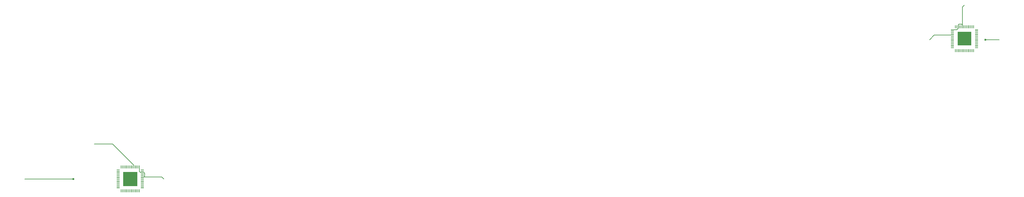
<source format=gbr>
G04 Gerber file generated by Gerbonara*
%TF.GenerationSoftware,KiCad,Pcbnew,8.0.2-1*%
%TF.CreationDate,2024-09-09T14:50:12+01:00*%
%TF.ProjectId,test_module_1,74657374-5f6d-46f6-9475-6c655f312e6b,rev?*%
%TF.SameCoordinates,Original*%
%TF.FileFunction,Copper,L1,Top*%
%TF.FilePolarity,Positive*%
%MOMM*%
%FSLAX45Y45*%
%IPPOS*%
G75
%LPD*%
%AMCALCM10*
0 Fully substituted instance of RoundRect macro*
0 Original parameters: 0.05X-0.35X-0.05X0.35X-0.05X0.35X0.05X-0.35X0.05*
4,1,4,-0.35,-0.05,0.35,-0.05,0.35,0.05,-0.35,0.05,-0.35,-0.05,0*
1,1,0.1,-0.35,-0.05,0*
1,1,0.1,0.35,-0.05,0*
1,1,0.1,0.35,0.05,0*
1,1,0.1,-0.35,0.05,0*
20,1,0.1,-0.35,-0.05,0.35,-0.05,0*
20,1,0.1,0.35,-0.05,0.35,0.05,0*
20,1,0.1,0.35,0.05,-0.35,0.05,0*
20,1,0.1,-0.35,0.05,-0.35,-0.05,0*
%
%AMCALCM11*
0 Fully substituted instance of RoundRect macro*
0 Original parameters: 0.05X-0.05X-0.35X0.05X-0.35X0.05X0.35X-0.05X0.35*
4,1,4,-0.05,-0.35,0.05,-0.35,0.05,0.35,-0.05,0.35,-0.05,-0.35,0*
1,1,0.1,-0.05,-0.35,0*
1,1,0.1,0.05,-0.35,0*
1,1,0.1,0.05,0.35,0*
1,1,0.1,-0.05,0.35,0*
20,1,0.1,-0.05,-0.35,0.05,-0.35,0*
20,1,0.1,0.05,-0.35,0.05,0.35,0*
20,1,0.1,0.05,0.35,-0.05,0.35,0*
20,1,0.1,-0.05,0.35,-0.05,-0.35,0*
%
%AMCALCM16*
0 Fully substituted instance of GNX91F5AA1BB783B403 macro*
0 Original parameters: 0.05X-0.35X-0.05X0.35X-0.05X0.35X0.05X-0.35X0.05*
4,1,4,-0.05,0.35,-0.05,-0.35,0.05,-0.35,0.05,0.35,-0.05,0.35,0*
1,1,0.1,-0.05,0.35,0*
1,1,0.1,-0.05,-0.35,0*
1,1,0.1,0.05,-0.35,0*
1,1,0.1,0.05,0.35,0*
20,1,0.1,-0.05,0.35,-0.05,-0.35,0*
20,1,0.1,-0.05,-0.35,0.05,-0.35,0*
20,1,0.1,0.05,-0.35,0.05,0.35,0*
20,1,0.1,0.05,0.35,-0.05,0.35,0*
%
%AMCALCM17*
0 Fully substituted instance of GNX91F5AA1BB783B403 macro*
0 Original parameters: 0.05X-0.05X-0.35X0.05X-0.35X0.05X0.35X-0.05X0.35*
4,1,4,-0.35,0.05,-0.35,-0.05,0.35,-0.05,0.35,0.05,-0.35,0.05,0*
1,1,0.1,-0.35,0.05,0*
1,1,0.1,-0.35,-0.05,0*
1,1,0.1,0.35,-0.05,0*
1,1,0.1,0.35,0.05,0*
20,1,0.1,-0.35,0.05,-0.35,-0.05,0*
20,1,0.1,-0.35,-0.05,0.35,-0.05,0*
20,1,0.1,0.35,-0.05,0.35,0.05,0*
20,1,0.1,0.35,0.05,-0.35,0.05,0*
%
%AMCALCM18*
0 Fully substituted instance of GNR macro*
0 Original parameters: 4.0X4.0X0X0X1.570795*
20,1,4,-2,-0.000003,2,0.000003,0*
1,0,0,0,0,0*
%
%ADD10CALCM10*%
%ADD11CALCM11*%
%ADD12R,4.0X4.0*%
%ADD13C,0.1*%
%ADD14C,0.6*%
%ADD15C,0.2*%
%ADD16CALCM16*%
%ADD17CALCM17*%
%ADD18CALCM18*%
D10*
X013655000Y-009707000D03*
X013655000Y-009747000D03*
X013655000Y-009787000D03*
X013655000Y-009827000D03*
X013655000Y-009867000D03*
X013655000Y-009907000D03*
X013655000Y-009947000D03*
X013655000Y-009987000D03*
X013655000Y-010027000D03*
X013655000Y-010067000D03*
X013655000Y-010107000D03*
X013655000Y-010147000D03*
X013655000Y-010187000D03*
X013655000Y-010227000D03*
D11*
X013740000Y-010312000D03*
X013780000Y-010312000D03*
X013820000Y-010312000D03*
X013860000Y-010312000D03*
X013900000Y-010312000D03*
X013940000Y-010312000D03*
X013980000Y-010312000D03*
X014020000Y-010312000D03*
X014060000Y-010312000D03*
X014100000Y-010312000D03*
X014140000Y-010312000D03*
X014180000Y-010312000D03*
X014220000Y-010312000D03*
X014260000Y-010312000D03*
D10*
X014345000Y-010227000D03*
X014345000Y-010187000D03*
X014345000Y-010147000D03*
X014345000Y-010107000D03*
X014345000Y-010067000D03*
X014345000Y-010027000D03*
X014345000Y-009987000D03*
X014345000Y-009947000D03*
X014345000Y-009907000D03*
X014345000Y-009867000D03*
X014345000Y-009827000D03*
X014345000Y-009787000D03*
X014345000Y-009747000D03*
X014345000Y-009707000D03*
D11*
X014260000Y-009622000D03*
X014220000Y-009622000D03*
X014180000Y-009622000D03*
X014140000Y-009622000D03*
X014100000Y-009622000D03*
X014060000Y-009622000D03*
X014020000Y-009622000D03*
X013980000Y-009622000D03*
X013940000Y-009622000D03*
X013900000Y-009622000D03*
X013860000Y-009622000D03*
X013820000Y-009622000D03*
X013780000Y-009622000D03*
X013740000Y-009622000D03*
D12*
X014000000Y-009967000D03*
D13*
X014000000Y-009000000D03*
X015000000Y-010000000D03*
X013000000Y-010000000D03*
D14*
X014000000Y-009967000D03*
X014600000Y-010000000D03*
D15*
X013919636Y-009552000D02*
X013940000Y-009572364D01*
X013820000Y-009622000D02*
X013820000Y-009572364D01*
X013940000Y-009622000D02*
X013940000Y-009060000D01*
X014000000Y-009000000D01*
X013940000Y-009572364D02*
X013940000Y-009622000D01*
X013820000Y-009572364D02*
X013840364Y-009552000D01*
X013784636Y-009707000D02*
X013655000Y-009707000D01*
X013820000Y-009622000D02*
X013820000Y-009671636D01*
X013840364Y-009552000D02*
X013919636Y-009552000D01*
X013820000Y-009671636D02*
X013784636Y-009707000D01*
X013000000Y-010000000D02*
X013133000Y-009867000D01*
X013655000Y-009867000D01*
X015000000Y-010000000D02*
X014600000Y-010000000D01*
D16*
X-009706482Y-013654513D03*
X-009746482Y-013654513D03*
X-009786482Y-013654513D03*
X-009826482Y-013654513D03*
X-009866482Y-013654513D03*
X-009906482Y-013654513D03*
X-009946482Y-013654513D03*
X-009986482Y-013654513D03*
X-010026482Y-013654513D03*
X-010066482Y-013654513D03*
X-010106482Y-013654513D03*
X-010146482Y-013654513D03*
X-010186482Y-013654514D03*
X-010226482Y-013654514D03*
D17*
X-010311482Y-013739514D03*
X-010311482Y-013779514D03*
X-010311482Y-013819514D03*
X-010311482Y-013859514D03*
X-010311482Y-013899514D03*
X-010311482Y-013939514D03*
X-010311481Y-013979514D03*
X-010311481Y-014019514D03*
X-010311481Y-014059514D03*
X-010311481Y-014099514D03*
X-010311481Y-014139514D03*
X-010311481Y-014179514D03*
X-010311481Y-014219514D03*
X-010311481Y-014259514D03*
D16*
X-010226481Y-014344514D03*
X-010186481Y-014344514D03*
X-010146481Y-014344513D03*
X-010106481Y-014344513D03*
X-010066481Y-014344513D03*
X-010026481Y-014344513D03*
X-009986481Y-014344513D03*
X-009946481Y-014344513D03*
X-009906481Y-014344513D03*
X-009866481Y-014344513D03*
X-009826481Y-014344513D03*
X-009786481Y-014344513D03*
X-009746481Y-014344513D03*
X-009706481Y-014344513D03*
D17*
X-009621481Y-014259513D03*
X-009621481Y-014219513D03*
X-009621481Y-014179513D03*
X-009621481Y-014139513D03*
X-009621481Y-014099513D03*
X-009621481Y-014059513D03*
X-009621481Y-014019513D03*
X-009621481Y-013979513D03*
X-009621482Y-013939513D03*
X-009621482Y-013899513D03*
X-009621482Y-013859513D03*
X-009621482Y-013819513D03*
X-009621482Y-013779513D03*
X-009621482Y-013739513D03*
D18*
X-009966481Y-013999513D03*
D13*
X-008999481Y-013999512D03*
X-012999481Y-013999517D03*
X-010999483Y-012999515D03*
D14*
X-011599481Y-013999515D03*
X-010099481Y-013999513D03*
D15*
X-009551482Y-013919149D02*
X-009571846Y-013939513D01*
X-009621482Y-013819513D02*
X-009571846Y-013819513D01*
X-009621482Y-013939513D02*
X-009059482Y-013939512D01*
X-008999481Y-013999512D01*
X-009571846Y-013939513D02*
X-009621482Y-013939513D01*
X-009571846Y-013819513D02*
X-009551482Y-013839877D01*
X-009706482Y-013784149D02*
X-009706482Y-013654513D01*
X-009621482Y-013819513D02*
X-009671118Y-013819513D01*
X-009551482Y-013839877D02*
X-009551482Y-013919149D01*
X-009671118Y-013819513D02*
X-009706482Y-013784149D01*
X-009866482Y-013604877D02*
X-009866482Y-013654513D01*
X-010471847Y-012999514D02*
X-009866482Y-013604877D01*
X-010999483Y-012999515D02*
X-010471847Y-012999514D01*
X-011599481Y-013999515D02*
X-012999481Y-013999517D01*
X-009966481Y-013999513D02*
X-010099481Y-013999513D01*
M02*
</source>
